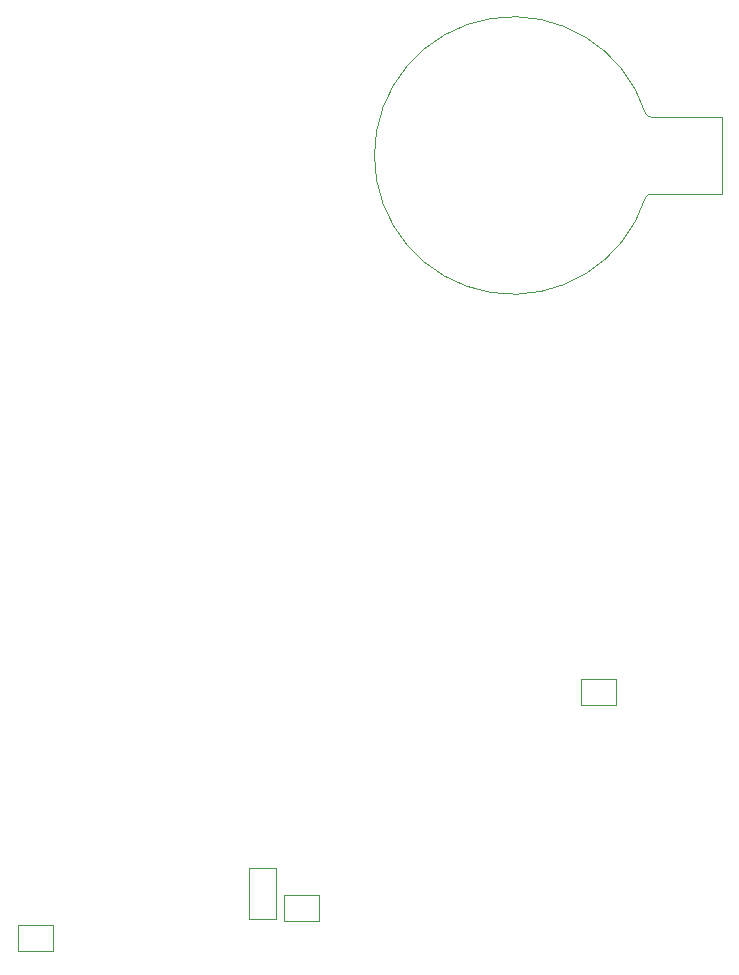
<source format=gbr>
G04 #@! TF.GenerationSoftware,KiCad,Pcbnew,(5.0.1-3-g963ef8bb5)*
G04 #@! TF.CreationDate,2019-01-02T19:54:35-06:00*
G04 #@! TF.ProjectId,kbxBinaryClock.v4,6B627842696E617279436C6F636B2E76,rev?*
G04 #@! TF.SameCoordinates,Original*
G04 #@! TF.FileFunction,Other,User*
%FSLAX46Y46*%
G04 Gerber Fmt 4.6, Leading zero omitted, Abs format (unit mm)*
G04 Created by KiCad (PCBNEW (5.0.1-3-g963ef8bb5)) date Wednesday, January 02, 2019 at 07:54:35 PM*
%MOMM*%
%LPD*%
G01*
G04 APERTURE LIST*
%ADD10C,0.050000*%
G04 APERTURE END LIST*
D10*
G04 #@! TO.C,SB2*
X181943000Y-115019000D02*
X184893000Y-115019000D01*
X184893000Y-115019000D02*
X184893000Y-112819000D01*
X184893000Y-112819000D02*
X181943000Y-112819000D01*
X181943000Y-112819000D02*
X181943000Y-115019000D01*
G04 #@! TO.C,SB3*
X181236000Y-110499000D02*
X178936000Y-110499000D01*
X178936000Y-110499000D02*
X178936000Y-114799000D01*
X178936000Y-114799000D02*
X181236000Y-114799000D01*
X181236000Y-114799000D02*
X181236000Y-110499000D01*
G04 #@! TO.C,SB4*
X162354000Y-115359000D02*
X159404000Y-115359000D01*
X159404000Y-115359000D02*
X159404000Y-117559000D01*
X159404000Y-117559000D02*
X162354000Y-117559000D01*
X162354000Y-117559000D02*
X162354000Y-115359000D01*
G04 #@! TO.C,SB5*
X207089000Y-96731000D02*
X210039000Y-96731000D01*
X210039000Y-96731000D02*
X210039000Y-94531000D01*
X210039000Y-94531000D02*
X207089000Y-94531000D01*
X207089000Y-94531000D02*
X207089000Y-96731000D01*
G04 #@! TO.C,BT1*
X218985000Y-53415000D02*
X218985000Y-46915000D01*
X218985000Y-53415000D02*
X213035000Y-53415000D01*
X218985000Y-46915000D02*
X213035000Y-46915000D01*
X212518169Y-46553111D02*
G75*
G03X213035000Y-46915000I516831J188111D01*
G01*
X212518169Y-53776889D02*
G75*
G02X213035000Y-53415000I516831J-188111D01*
G01*
X189585135Y-50234987D02*
G75*
G02X212520000Y-46565000I11749865J69987D01*
G01*
X189585135Y-50095013D02*
G75*
G03X212520000Y-53765000I11749865J-69987D01*
G01*
G04 #@! TD*
M02*

</source>
